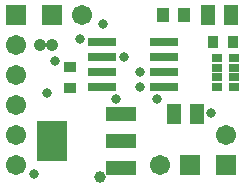
<source format=gts>
%FSLAX25Y25*%
%MOIN*%
G70*
G01*
G75*
G04 Layer_Color=8388736*
%ADD10R,0.03543X0.02953*%
%ADD11R,0.02953X0.01772*%
%ADD12R,0.02953X0.01772*%
%ADD13R,0.04134X0.05906*%
%ADD14R,0.08661X0.02362*%
%ADD15R,0.08661X0.02362*%
%ADD16R,0.02953X0.03543*%
%ADD17R,0.03150X0.03740*%
%ADD18R,0.09449X0.12992*%
%ADD19R,0.09449X0.03937*%
%ADD20C,0.01200*%
%ADD21C,0.05000*%
%ADD22C,0.04000*%
%ADD23C,0.02000*%
%ADD24C,0.05906*%
%ADD25R,0.05906X0.05906*%
%ADD26C,0.02787*%
%ADD27R,0.05906X0.05906*%
%ADD28C,0.02500*%
%ADD29R,0.03740X0.03150*%
%ADD30O,0.02165X0.06496*%
%ADD31O,0.06496X0.02165*%
%ADD32C,0.01000*%
%ADD33C,0.00787*%
%ADD34C,0.00984*%
%ADD35R,0.04343X0.03753*%
%ADD36R,0.03753X0.02572*%
%ADD37R,0.03753X0.02572*%
%ADD38R,0.04934X0.06706*%
%ADD39R,0.09461X0.03162*%
%ADD40R,0.09461X0.03162*%
%ADD41R,0.03753X0.04343*%
%ADD42R,0.03950X0.04540*%
%ADD43R,0.10249X0.13792*%
%ADD44R,0.10249X0.04737*%
%ADD45C,0.06706*%
%ADD46R,0.06706X0.06706*%
%ADD47C,0.04187*%
%ADD48R,0.06706X0.06706*%
%ADD49C,0.03300*%
%ADD50C,0.03900*%
D35*
X1044000Y150445D02*
D03*
Y143555D02*
D03*
D36*
X1098709Y144051D02*
D03*
Y147201D02*
D03*
Y150350D02*
D03*
X1093000Y144051D02*
D03*
Y147201D02*
D03*
Y150350D02*
D03*
D37*
X1098709Y153500D02*
D03*
X1093000D02*
D03*
D38*
X1078661Y135000D02*
D03*
X1086339D02*
D03*
X1090161Y168000D02*
D03*
X1097839D02*
D03*
D39*
X1054764Y159000D02*
D03*
D40*
X1075236D02*
D03*
X1054764Y144000D02*
D03*
Y149000D02*
D03*
Y154000D02*
D03*
X1075236Y144000D02*
D03*
Y149000D02*
D03*
Y154000D02*
D03*
D41*
X1098445Y159000D02*
D03*
X1091555D02*
D03*
D42*
X1082043Y168000D02*
D03*
X1074957D02*
D03*
D43*
X1038083Y126000D02*
D03*
D44*
X1060917Y135055D02*
D03*
Y126000D02*
D03*
Y116945D02*
D03*
D45*
X1074000Y118000D02*
D03*
X1096000Y128000D02*
D03*
X1048000Y168000D02*
D03*
X1026000Y118000D02*
D03*
Y128000D02*
D03*
Y138000D02*
D03*
Y148000D02*
D03*
Y158000D02*
D03*
D46*
X1084000Y118000D02*
D03*
X1038000Y168000D02*
D03*
D47*
X1034031Y158000D02*
D03*
X1037969D02*
D03*
D48*
X1096000Y118000D02*
D03*
X1026000Y168000D02*
D03*
D49*
X1039000Y152500D02*
D03*
X1036500Y142000D02*
D03*
X1032000Y115000D02*
D03*
X1067500Y149000D02*
D03*
Y144000D02*
D03*
X1073000Y140000D02*
D03*
X1059500D02*
D03*
X1055000Y165000D02*
D03*
X1047500Y160000D02*
D03*
X1062000Y154000D02*
D03*
X1091000Y135114D02*
D03*
D50*
X1054000Y114000D02*
D03*
M02*

</source>
